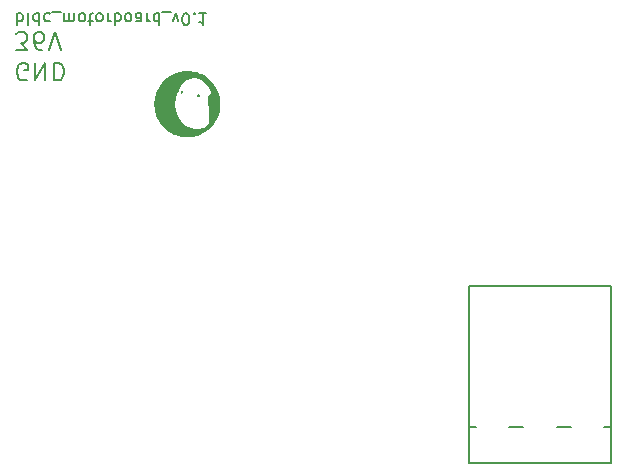
<source format=gbr>
G04 #@! TF.GenerationSoftware,KiCad,Pcbnew,5.1.2-f72e74a~84~ubuntu18.04.1*
G04 #@! TF.CreationDate,2019-06-30T22:47:52+02:00*
G04 #@! TF.ProjectId,board,626f6172-642e-46b6-9963-61645f706362,rev?*
G04 #@! TF.SameCoordinates,Original*
G04 #@! TF.FileFunction,Legend,Bot*
G04 #@! TF.FilePolarity,Positive*
%FSLAX46Y46*%
G04 Gerber Fmt 4.6, Leading zero omitted, Abs format (unit mm)*
G04 Created by KiCad (PCBNEW 5.1.2-f72e74a~84~ubuntu18.04.1) date 2019-06-30 22:47:52*
%MOMM*%
%LPD*%
G04 APERTURE LIST*
%ADD10C,0.150000*%
%ADD11C,0.200000*%
%ADD12C,0.010000*%
G04 APERTURE END LIST*
D10*
X133223809Y-45947619D02*
X133223809Y-46947619D01*
X133223809Y-46566666D02*
X133319047Y-46614285D01*
X133509523Y-46614285D01*
X133604761Y-46566666D01*
X133652380Y-46519047D01*
X133700000Y-46423809D01*
X133700000Y-46138095D01*
X133652380Y-46042857D01*
X133604761Y-45995238D01*
X133509523Y-45947619D01*
X133319047Y-45947619D01*
X133223809Y-45995238D01*
X134271428Y-45947619D02*
X134176190Y-45995238D01*
X134128571Y-46090476D01*
X134128571Y-46947619D01*
X135080952Y-45947619D02*
X135080952Y-46947619D01*
X135080952Y-45995238D02*
X134985714Y-45947619D01*
X134795238Y-45947619D01*
X134700000Y-45995238D01*
X134652380Y-46042857D01*
X134604761Y-46138095D01*
X134604761Y-46423809D01*
X134652380Y-46519047D01*
X134700000Y-46566666D01*
X134795238Y-46614285D01*
X134985714Y-46614285D01*
X135080952Y-46566666D01*
X135985714Y-45995238D02*
X135890476Y-45947619D01*
X135700000Y-45947619D01*
X135604761Y-45995238D01*
X135557142Y-46042857D01*
X135509523Y-46138095D01*
X135509523Y-46423809D01*
X135557142Y-46519047D01*
X135604761Y-46566666D01*
X135700000Y-46614285D01*
X135890476Y-46614285D01*
X135985714Y-46566666D01*
X136176190Y-45852380D02*
X136938095Y-45852380D01*
X137176190Y-45947619D02*
X137176190Y-46614285D01*
X137176190Y-46519047D02*
X137223809Y-46566666D01*
X137319047Y-46614285D01*
X137461904Y-46614285D01*
X137557142Y-46566666D01*
X137604761Y-46471428D01*
X137604761Y-45947619D01*
X137604761Y-46471428D02*
X137652380Y-46566666D01*
X137747619Y-46614285D01*
X137890476Y-46614285D01*
X137985714Y-46566666D01*
X138033333Y-46471428D01*
X138033333Y-45947619D01*
X138652380Y-45947619D02*
X138557142Y-45995238D01*
X138509523Y-46042857D01*
X138461904Y-46138095D01*
X138461904Y-46423809D01*
X138509523Y-46519047D01*
X138557142Y-46566666D01*
X138652380Y-46614285D01*
X138795238Y-46614285D01*
X138890476Y-46566666D01*
X138938095Y-46519047D01*
X138985714Y-46423809D01*
X138985714Y-46138095D01*
X138938095Y-46042857D01*
X138890476Y-45995238D01*
X138795238Y-45947619D01*
X138652380Y-45947619D01*
X139271428Y-46614285D02*
X139652380Y-46614285D01*
X139414285Y-46947619D02*
X139414285Y-46090476D01*
X139461904Y-45995238D01*
X139557142Y-45947619D01*
X139652380Y-45947619D01*
X140128571Y-45947619D02*
X140033333Y-45995238D01*
X139985714Y-46042857D01*
X139938095Y-46138095D01*
X139938095Y-46423809D01*
X139985714Y-46519047D01*
X140033333Y-46566666D01*
X140128571Y-46614285D01*
X140271428Y-46614285D01*
X140366666Y-46566666D01*
X140414285Y-46519047D01*
X140461904Y-46423809D01*
X140461904Y-46138095D01*
X140414285Y-46042857D01*
X140366666Y-45995238D01*
X140271428Y-45947619D01*
X140128571Y-45947619D01*
X140890476Y-45947619D02*
X140890476Y-46614285D01*
X140890476Y-46423809D02*
X140938095Y-46519047D01*
X140985714Y-46566666D01*
X141080952Y-46614285D01*
X141176190Y-46614285D01*
X141509523Y-45947619D02*
X141509523Y-46947619D01*
X141509523Y-46566666D02*
X141604761Y-46614285D01*
X141795238Y-46614285D01*
X141890476Y-46566666D01*
X141938095Y-46519047D01*
X141985714Y-46423809D01*
X141985714Y-46138095D01*
X141938095Y-46042857D01*
X141890476Y-45995238D01*
X141795238Y-45947619D01*
X141604761Y-45947619D01*
X141509523Y-45995238D01*
X142557142Y-45947619D02*
X142461904Y-45995238D01*
X142414285Y-46042857D01*
X142366666Y-46138095D01*
X142366666Y-46423809D01*
X142414285Y-46519047D01*
X142461904Y-46566666D01*
X142557142Y-46614285D01*
X142700000Y-46614285D01*
X142795238Y-46566666D01*
X142842857Y-46519047D01*
X142890476Y-46423809D01*
X142890476Y-46138095D01*
X142842857Y-46042857D01*
X142795238Y-45995238D01*
X142700000Y-45947619D01*
X142557142Y-45947619D01*
X143747619Y-45947619D02*
X143747619Y-46471428D01*
X143700000Y-46566666D01*
X143604761Y-46614285D01*
X143414285Y-46614285D01*
X143319047Y-46566666D01*
X143747619Y-45995238D02*
X143652380Y-45947619D01*
X143414285Y-45947619D01*
X143319047Y-45995238D01*
X143271428Y-46090476D01*
X143271428Y-46185714D01*
X143319047Y-46280952D01*
X143414285Y-46328571D01*
X143652380Y-46328571D01*
X143747619Y-46376190D01*
X144223809Y-45947619D02*
X144223809Y-46614285D01*
X144223809Y-46423809D02*
X144271428Y-46519047D01*
X144319047Y-46566666D01*
X144414285Y-46614285D01*
X144509523Y-46614285D01*
X145271428Y-45947619D02*
X145271428Y-46947619D01*
X145271428Y-45995238D02*
X145176190Y-45947619D01*
X144985714Y-45947619D01*
X144890476Y-45995238D01*
X144842857Y-46042857D01*
X144795238Y-46138095D01*
X144795238Y-46423809D01*
X144842857Y-46519047D01*
X144890476Y-46566666D01*
X144985714Y-46614285D01*
X145176190Y-46614285D01*
X145271428Y-46566666D01*
X145509523Y-45852380D02*
X146271428Y-45852380D01*
X146414285Y-46614285D02*
X146652380Y-45947619D01*
X146890476Y-46614285D01*
X147461904Y-46947619D02*
X147557142Y-46947619D01*
X147652380Y-46900000D01*
X147700000Y-46852380D01*
X147747619Y-46757142D01*
X147795238Y-46566666D01*
X147795238Y-46328571D01*
X147747619Y-46138095D01*
X147700000Y-46042857D01*
X147652380Y-45995238D01*
X147557142Y-45947619D01*
X147461904Y-45947619D01*
X147366666Y-45995238D01*
X147319047Y-46042857D01*
X147271428Y-46138095D01*
X147223809Y-46328571D01*
X147223809Y-46566666D01*
X147271428Y-46757142D01*
X147319047Y-46852380D01*
X147366666Y-46900000D01*
X147461904Y-46947619D01*
X148223809Y-46042857D02*
X148271428Y-45995238D01*
X148223809Y-45947619D01*
X148176190Y-45995238D01*
X148223809Y-46042857D01*
X148223809Y-45947619D01*
X149223809Y-45947619D02*
X148652380Y-45947619D01*
X148938095Y-45947619D02*
X148938095Y-46947619D01*
X148842857Y-46804761D01*
X148747619Y-46709523D01*
X148652380Y-46661904D01*
D11*
X134057142Y-51550000D02*
X133914285Y-51621428D01*
X133700000Y-51621428D01*
X133485714Y-51550000D01*
X133342857Y-51407142D01*
X133271428Y-51264285D01*
X133200000Y-50978571D01*
X133200000Y-50764285D01*
X133271428Y-50478571D01*
X133342857Y-50335714D01*
X133485714Y-50192857D01*
X133700000Y-50121428D01*
X133842857Y-50121428D01*
X134057142Y-50192857D01*
X134128571Y-50264285D01*
X134128571Y-50764285D01*
X133842857Y-50764285D01*
X134771428Y-50121428D02*
X134771428Y-51621428D01*
X135628571Y-50121428D01*
X135628571Y-51621428D01*
X136342857Y-50121428D02*
X136342857Y-51621428D01*
X136700000Y-51621428D01*
X136914285Y-51550000D01*
X137057142Y-51407142D01*
X137128571Y-51264285D01*
X137200000Y-50978571D01*
X137200000Y-50764285D01*
X137128571Y-50478571D01*
X137057142Y-50335714D01*
X136914285Y-50192857D01*
X136700000Y-50121428D01*
X136342857Y-50121428D01*
X133142857Y-49021428D02*
X134071428Y-49021428D01*
X133571428Y-48450000D01*
X133785714Y-48450000D01*
X133928571Y-48378571D01*
X134000000Y-48307142D01*
X134071428Y-48164285D01*
X134071428Y-47807142D01*
X134000000Y-47664285D01*
X133928571Y-47592857D01*
X133785714Y-47521428D01*
X133357142Y-47521428D01*
X133214285Y-47592857D01*
X133142857Y-47664285D01*
X135357142Y-49021428D02*
X135071428Y-49021428D01*
X134928571Y-48950000D01*
X134857142Y-48878571D01*
X134714285Y-48664285D01*
X134642857Y-48378571D01*
X134642857Y-47807142D01*
X134714285Y-47664285D01*
X134785714Y-47592857D01*
X134928571Y-47521428D01*
X135214285Y-47521428D01*
X135357142Y-47592857D01*
X135428571Y-47664285D01*
X135500000Y-47807142D01*
X135500000Y-48164285D01*
X135428571Y-48307142D01*
X135357142Y-48378571D01*
X135214285Y-48450000D01*
X134928571Y-48450000D01*
X134785714Y-48378571D01*
X134714285Y-48307142D01*
X134642857Y-48164285D01*
X135928571Y-49021428D02*
X136428571Y-47521428D01*
X136928571Y-49021428D01*
D12*
G36*
X149778201Y-54370262D02*
G01*
X149798348Y-54368035D01*
X149815863Y-54364436D01*
X149831188Y-54358692D01*
X149844766Y-54350029D01*
X149857039Y-54337676D01*
X149868450Y-54320860D01*
X149879440Y-54298807D01*
X149890453Y-54270745D01*
X149901931Y-54235901D01*
X149914316Y-54193502D01*
X149928050Y-54142775D01*
X149943577Y-54082948D01*
X149944299Y-54080133D01*
X149961506Y-54007526D01*
X149975540Y-53935724D01*
X149986689Y-53862557D01*
X149995238Y-53785850D01*
X150001474Y-53703431D01*
X150005609Y-53615240D01*
X150006717Y-53581595D01*
X150007222Y-53555475D01*
X150006933Y-53534251D01*
X150005658Y-53515297D01*
X150003208Y-53495986D01*
X149999391Y-53473691D01*
X149994016Y-53445783D01*
X149992872Y-53439980D01*
X149976391Y-53361289D01*
X149958865Y-53286594D01*
X149940546Y-53216661D01*
X149921687Y-53152259D01*
X149902541Y-53094155D01*
X149883359Y-53043118D01*
X149864394Y-52999915D01*
X149845900Y-52965314D01*
X149828657Y-52940707D01*
X149817953Y-52927251D01*
X149803677Y-52908283D01*
X149787975Y-52886689D01*
X149777487Y-52871848D01*
X149751986Y-52837725D01*
X149728222Y-52810799D01*
X149706922Y-52791816D01*
X149689823Y-52781894D01*
X149677848Y-52779302D01*
X149660149Y-52777642D01*
X149645639Y-52777288D01*
X149629049Y-52778134D01*
X149613769Y-52780976D01*
X149596746Y-52786697D01*
X149574929Y-52796182D01*
X149565960Y-52800382D01*
X149543192Y-52812106D01*
X149521706Y-52824819D01*
X149504652Y-52836582D01*
X149498199Y-52842045D01*
X149475298Y-52870290D01*
X149455228Y-52908117D01*
X149437972Y-52955580D01*
X149423507Y-53012731D01*
X149414959Y-53058980D01*
X149412442Y-53076236D01*
X149410422Y-53094413D01*
X149408848Y-53114826D01*
X149407672Y-53138792D01*
X149406843Y-53167625D01*
X149406312Y-53202641D01*
X149406029Y-53245156D01*
X149405945Y-53296484D01*
X149405945Y-53297740D01*
X149406068Y-53354222D01*
X149406514Y-53402569D01*
X149407403Y-53444808D01*
X149408857Y-53482963D01*
X149410997Y-53519058D01*
X149413942Y-53555118D01*
X149417814Y-53593167D01*
X149422734Y-53635231D01*
X149428823Y-53683333D01*
X149429068Y-53685222D01*
X149438126Y-53742246D01*
X149450976Y-53804701D01*
X149467031Y-53870699D01*
X149485706Y-53938352D01*
X149506413Y-54005773D01*
X149528565Y-54071073D01*
X149551577Y-54132365D01*
X149574862Y-54187761D01*
X149597832Y-54235374D01*
X149603030Y-54245063D01*
X149630897Y-54289165D01*
X149661983Y-54326483D01*
X149662588Y-54327104D01*
X149685380Y-54348381D01*
X149706068Y-54362098D01*
X149727763Y-54369417D01*
X149753575Y-54371498D01*
X149778201Y-54370262D01*
X149778201Y-54370262D01*
G37*
X149778201Y-54370262D02*
X149798348Y-54368035D01*
X149815863Y-54364436D01*
X149831188Y-54358692D01*
X149844766Y-54350029D01*
X149857039Y-54337676D01*
X149868450Y-54320860D01*
X149879440Y-54298807D01*
X149890453Y-54270745D01*
X149901931Y-54235901D01*
X149914316Y-54193502D01*
X149928050Y-54142775D01*
X149943577Y-54082948D01*
X149944299Y-54080133D01*
X149961506Y-54007526D01*
X149975540Y-53935724D01*
X149986689Y-53862557D01*
X149995238Y-53785850D01*
X150001474Y-53703431D01*
X150005609Y-53615240D01*
X150006717Y-53581595D01*
X150007222Y-53555475D01*
X150006933Y-53534251D01*
X150005658Y-53515297D01*
X150003208Y-53495986D01*
X149999391Y-53473691D01*
X149994016Y-53445783D01*
X149992872Y-53439980D01*
X149976391Y-53361289D01*
X149958865Y-53286594D01*
X149940546Y-53216661D01*
X149921687Y-53152259D01*
X149902541Y-53094155D01*
X149883359Y-53043118D01*
X149864394Y-52999915D01*
X149845900Y-52965314D01*
X149828657Y-52940707D01*
X149817953Y-52927251D01*
X149803677Y-52908283D01*
X149787975Y-52886689D01*
X149777487Y-52871848D01*
X149751986Y-52837725D01*
X149728222Y-52810799D01*
X149706922Y-52791816D01*
X149689823Y-52781894D01*
X149677848Y-52779302D01*
X149660149Y-52777642D01*
X149645639Y-52777288D01*
X149629049Y-52778134D01*
X149613769Y-52780976D01*
X149596746Y-52786697D01*
X149574929Y-52796182D01*
X149565960Y-52800382D01*
X149543192Y-52812106D01*
X149521706Y-52824819D01*
X149504652Y-52836582D01*
X149498199Y-52842045D01*
X149475298Y-52870290D01*
X149455228Y-52908117D01*
X149437972Y-52955580D01*
X149423507Y-53012731D01*
X149414959Y-53058980D01*
X149412442Y-53076236D01*
X149410422Y-53094413D01*
X149408848Y-53114826D01*
X149407672Y-53138792D01*
X149406843Y-53167625D01*
X149406312Y-53202641D01*
X149406029Y-53245156D01*
X149405945Y-53296484D01*
X149405945Y-53297740D01*
X149406068Y-53354222D01*
X149406514Y-53402569D01*
X149407403Y-53444808D01*
X149408857Y-53482963D01*
X149410997Y-53519058D01*
X149413942Y-53555118D01*
X149417814Y-53593167D01*
X149422734Y-53635231D01*
X149428823Y-53683333D01*
X149429068Y-53685222D01*
X149438126Y-53742246D01*
X149450976Y-53804701D01*
X149467031Y-53870699D01*
X149485706Y-53938352D01*
X149506413Y-54005773D01*
X149528565Y-54071073D01*
X149551577Y-54132365D01*
X149574862Y-54187761D01*
X149597832Y-54235374D01*
X149603030Y-54245063D01*
X149630897Y-54289165D01*
X149661983Y-54326483D01*
X149662588Y-54327104D01*
X149685380Y-54348381D01*
X149706068Y-54362098D01*
X149727763Y-54369417D01*
X149753575Y-54371498D01*
X149778201Y-54370262D01*
G36*
X147711411Y-56352342D02*
G01*
X147760303Y-56350966D01*
X147801791Y-56348773D01*
X147804248Y-56348596D01*
X147970730Y-56331383D01*
X148134856Y-56304381D01*
X148296263Y-56267764D01*
X148454589Y-56221703D01*
X148609470Y-56166372D01*
X148760545Y-56101944D01*
X148907451Y-56028590D01*
X149049824Y-55946485D01*
X149187304Y-55855801D01*
X149319526Y-55756710D01*
X149446128Y-55649386D01*
X149566748Y-55534001D01*
X149611488Y-55487494D01*
X149722388Y-55362198D01*
X149824852Y-55231320D01*
X149918766Y-55095106D01*
X150004014Y-54953803D01*
X150080485Y-54807656D01*
X150148064Y-54656909D01*
X150206637Y-54501810D01*
X150256090Y-54342604D01*
X150296310Y-54179535D01*
X150327184Y-54012851D01*
X150341027Y-53912420D01*
X150343688Y-53884386D01*
X150346056Y-53847842D01*
X150348107Y-53804435D01*
X150349818Y-53755812D01*
X150351168Y-53703621D01*
X150352131Y-53649507D01*
X150352687Y-53595119D01*
X150352810Y-53542102D01*
X150352479Y-53492103D01*
X150351671Y-53446771D01*
X150350362Y-53407750D01*
X150348529Y-53376689D01*
X150348521Y-53376591D01*
X150330425Y-53212262D01*
X150302523Y-53050053D01*
X150265024Y-52890364D01*
X150218137Y-52733595D01*
X150162068Y-52580147D01*
X150097026Y-52430420D01*
X150023220Y-52284814D01*
X149940858Y-52143729D01*
X149850147Y-52007567D01*
X149751295Y-51876727D01*
X149644512Y-51751609D01*
X149530005Y-51632615D01*
X149407982Y-51520144D01*
X149363827Y-51482635D01*
X149232339Y-51379836D01*
X149095556Y-51285630D01*
X148953820Y-51200156D01*
X148807475Y-51123556D01*
X148656863Y-51055970D01*
X148502328Y-50997538D01*
X148344213Y-50948401D01*
X148182861Y-50908700D01*
X148018615Y-50878575D01*
X147851818Y-50858166D01*
X147836220Y-50856770D01*
X147804605Y-50854579D01*
X147765273Y-50852717D01*
X147720337Y-50851209D01*
X147671909Y-50850084D01*
X147622102Y-50849366D01*
X147573029Y-50849083D01*
X147526802Y-50849260D01*
X147485534Y-50849924D01*
X147451338Y-50851101D01*
X147438694Y-50851813D01*
X147269062Y-50867958D01*
X147102378Y-50893692D01*
X146938908Y-50928901D01*
X146778916Y-50973471D01*
X146622667Y-51027288D01*
X146470427Y-51090237D01*
X146322461Y-51162204D01*
X146179033Y-51243075D01*
X146040408Y-51332735D01*
X145906852Y-51431071D01*
X145778630Y-51537969D01*
X145717269Y-51593964D01*
X145598879Y-51712133D01*
X145488479Y-51836429D01*
X145386241Y-51966490D01*
X145292338Y-52101952D01*
X145206943Y-52242454D01*
X145130229Y-52387631D01*
X145062370Y-52537120D01*
X145003537Y-52690559D01*
X144953904Y-52847584D01*
X144913644Y-53007832D01*
X144882930Y-53170940D01*
X144861935Y-53336546D01*
X144856484Y-53400832D01*
X144854235Y-53441757D01*
X144852806Y-53490216D01*
X144852158Y-53544259D01*
X144852254Y-53601935D01*
X144852845Y-53645720D01*
X146535866Y-53645720D01*
X146536087Y-53585133D01*
X146536800Y-53532745D01*
X146538154Y-53486602D01*
X146540296Y-53444751D01*
X146543376Y-53405237D01*
X146547541Y-53366105D01*
X146552939Y-53325402D01*
X146559719Y-53281173D01*
X146566683Y-53239320D01*
X146591321Y-53114233D01*
X146623172Y-52984216D01*
X146661644Y-52850845D01*
X146706146Y-52715694D01*
X146756085Y-52580340D01*
X146810869Y-52446356D01*
X146869907Y-52315317D01*
X146932605Y-52188799D01*
X146998373Y-52068377D01*
X147022138Y-52027740D01*
X147047850Y-51985850D01*
X147072392Y-51948930D01*
X147097458Y-51914837D01*
X147124739Y-51881423D01*
X147155927Y-51846545D01*
X147192714Y-51808056D01*
X147206237Y-51794332D01*
X147274539Y-51727937D01*
X147340032Y-51669661D01*
X147404180Y-51618406D01*
X147468445Y-51573073D01*
X147534292Y-51532564D01*
X147603183Y-51495780D01*
X147605625Y-51494568D01*
X147672865Y-51463369D01*
X147740523Y-51436409D01*
X147809818Y-51413426D01*
X147881972Y-51394159D01*
X147958208Y-51378347D01*
X148039746Y-51365729D01*
X148127807Y-51356045D01*
X148223614Y-51349032D01*
X148304301Y-51345257D01*
X148318468Y-51345935D01*
X148339174Y-51348395D01*
X148363042Y-51352195D01*
X148376346Y-51354705D01*
X148482126Y-51381031D01*
X148586227Y-51417276D01*
X148688740Y-51463480D01*
X148789759Y-51519684D01*
X148868715Y-51571285D01*
X148904948Y-51597557D01*
X148945856Y-51628952D01*
X148990005Y-51664236D01*
X149035964Y-51702174D01*
X149082299Y-51741533D01*
X149127577Y-51781079D01*
X149170365Y-51819577D01*
X149209230Y-51855793D01*
X149242740Y-51888494D01*
X149269357Y-51916331D01*
X149319078Y-51973429D01*
X149368026Y-52034167D01*
X149415342Y-52097228D01*
X149460168Y-52161298D01*
X149501646Y-52225061D01*
X149538916Y-52287200D01*
X149571120Y-52346400D01*
X149597399Y-52401346D01*
X149615547Y-52446840D01*
X149627166Y-52483317D01*
X149633669Y-52513080D01*
X149635291Y-52538054D01*
X149632266Y-52560162D01*
X149630229Y-52567345D01*
X149621899Y-52600817D01*
X149615174Y-52644150D01*
X149610045Y-52697418D01*
X149608557Y-52719520D01*
X149606914Y-52742715D01*
X149605091Y-52762173D01*
X149603327Y-52775646D01*
X149602048Y-52780721D01*
X149595985Y-52784909D01*
X149583461Y-52791184D01*
X149571213Y-52796506D01*
X149535191Y-52814195D01*
X149505050Y-52835889D01*
X149480055Y-52862667D01*
X149459472Y-52895604D01*
X149442567Y-52935779D01*
X149428606Y-52984267D01*
X149421731Y-53015800D01*
X149413109Y-53070016D01*
X149406872Y-53132701D01*
X149403003Y-53202453D01*
X149401488Y-53277869D01*
X149402310Y-53357547D01*
X149405454Y-53440083D01*
X149410904Y-53524076D01*
X149418644Y-53608122D01*
X149428658Y-53690819D01*
X149429391Y-53696143D01*
X149437683Y-53747379D01*
X149448851Y-53801477D01*
X149463299Y-53860119D01*
X149481436Y-53924988D01*
X149497507Y-53978106D01*
X149508001Y-54013404D01*
X149514749Y-54039777D01*
X149517856Y-54057702D01*
X149517630Y-54067006D01*
X149516992Y-54074183D01*
X149516273Y-54090661D01*
X149515490Y-54115578D01*
X149514662Y-54148074D01*
X149513807Y-54187292D01*
X149512943Y-54232369D01*
X149512087Y-54282447D01*
X149511258Y-54336665D01*
X149510474Y-54394164D01*
X149510024Y-54430580D01*
X149509099Y-54505134D01*
X149508178Y-54570564D01*
X149507209Y-54627906D01*
X149506143Y-54678198D01*
X149504928Y-54722475D01*
X149503514Y-54761772D01*
X149501851Y-54797128D01*
X149499886Y-54829578D01*
X149497570Y-54860157D01*
X149494853Y-54889903D01*
X149491682Y-54919852D01*
X149488009Y-54951039D01*
X149483781Y-54984502D01*
X149482415Y-54995005D01*
X149473450Y-55057467D01*
X149462637Y-55122818D01*
X149450663Y-55187228D01*
X149438216Y-55246869D01*
X149433201Y-55268780D01*
X149427194Y-55294260D01*
X149421859Y-55316922D01*
X149417719Y-55334535D01*
X149415300Y-55344865D01*
X149415099Y-55345727D01*
X149409514Y-55355404D01*
X149396770Y-55369860D01*
X149378059Y-55388088D01*
X149354573Y-55409080D01*
X149327505Y-55431830D01*
X149298047Y-55455329D01*
X149267391Y-55478570D01*
X149236729Y-55500546D01*
X149212900Y-55516602D01*
X149119663Y-55571439D01*
X149020366Y-55618335D01*
X148914885Y-55657335D01*
X148803099Y-55688485D01*
X148684885Y-55711827D01*
X148674420Y-55713471D01*
X148629797Y-55719006D01*
X148577546Y-55723267D01*
X148520123Y-55726211D01*
X148459984Y-55727792D01*
X148399587Y-55727964D01*
X148341389Y-55726684D01*
X148287846Y-55723906D01*
X148255320Y-55721136D01*
X148118305Y-55703124D01*
X147986889Y-55677752D01*
X147861374Y-55645137D01*
X147742065Y-55605393D01*
X147629262Y-55558638D01*
X147523270Y-55504986D01*
X147424391Y-55444553D01*
X147332928Y-55377456D01*
X147312307Y-55360535D01*
X147279118Y-55331516D01*
X147246726Y-55300572D01*
X147213635Y-55266130D01*
X147178349Y-55226622D01*
X147139372Y-55180476D01*
X147130517Y-55169720D01*
X147026906Y-55037268D01*
X146933379Y-54904813D01*
X146849858Y-54772203D01*
X146776268Y-54639284D01*
X146712533Y-54505902D01*
X146658577Y-54371902D01*
X146614324Y-54237133D01*
X146579697Y-54101439D01*
X146564339Y-54024180D01*
X146556862Y-53981036D01*
X146550787Y-53942439D01*
X146545975Y-53906548D01*
X146542287Y-53871523D01*
X146539585Y-53835523D01*
X146537730Y-53796709D01*
X146536585Y-53753238D01*
X146536009Y-53703271D01*
X146535866Y-53645720D01*
X144852845Y-53645720D01*
X144853056Y-53661296D01*
X144854526Y-53720389D01*
X144856624Y-53777265D01*
X144859314Y-53829973D01*
X144862556Y-53876563D01*
X144866314Y-53915085D01*
X144866582Y-53917320D01*
X144892056Y-54086852D01*
X144926728Y-54252074D01*
X144970629Y-54413062D01*
X145023792Y-54569888D01*
X145086249Y-54722626D01*
X145158030Y-54871350D01*
X145239169Y-55016134D01*
X145329697Y-55157052D01*
X145429646Y-55294178D01*
X145497157Y-55378282D01*
X145522254Y-55407266D01*
X145553460Y-55441436D01*
X145589254Y-55479272D01*
X145628116Y-55519253D01*
X145668523Y-55559857D01*
X145708955Y-55599562D01*
X145747890Y-55636849D01*
X145783808Y-55670195D01*
X145815186Y-55698080D01*
X145826798Y-55707923D01*
X145943126Y-55800237D01*
X146060135Y-55883925D01*
X146179986Y-55960414D01*
X146304836Y-56031130D01*
X146357940Y-56058770D01*
X146503201Y-56127483D01*
X146650453Y-56186924D01*
X146800545Y-56237350D01*
X146954324Y-56279016D01*
X147112640Y-56312177D01*
X147276342Y-56337089D01*
X147287760Y-56338498D01*
X147325674Y-56342289D01*
X147371787Y-56345567D01*
X147424148Y-56348295D01*
X147480806Y-56350434D01*
X147539812Y-56351946D01*
X147599215Y-56352794D01*
X147657065Y-56352938D01*
X147711411Y-56352342D01*
X147711411Y-56352342D01*
G37*
X147711411Y-56352342D02*
X147760303Y-56350966D01*
X147801791Y-56348773D01*
X147804248Y-56348596D01*
X147970730Y-56331383D01*
X148134856Y-56304381D01*
X148296263Y-56267764D01*
X148454589Y-56221703D01*
X148609470Y-56166372D01*
X148760545Y-56101944D01*
X148907451Y-56028590D01*
X149049824Y-55946485D01*
X149187304Y-55855801D01*
X149319526Y-55756710D01*
X149446128Y-55649386D01*
X149566748Y-55534001D01*
X149611488Y-55487494D01*
X149722388Y-55362198D01*
X149824852Y-55231320D01*
X149918766Y-55095106D01*
X150004014Y-54953803D01*
X150080485Y-54807656D01*
X150148064Y-54656909D01*
X150206637Y-54501810D01*
X150256090Y-54342604D01*
X150296310Y-54179535D01*
X150327184Y-54012851D01*
X150341027Y-53912420D01*
X150343688Y-53884386D01*
X150346056Y-53847842D01*
X150348107Y-53804435D01*
X150349818Y-53755812D01*
X150351168Y-53703621D01*
X150352131Y-53649507D01*
X150352687Y-53595119D01*
X150352810Y-53542102D01*
X150352479Y-53492103D01*
X150351671Y-53446771D01*
X150350362Y-53407750D01*
X150348529Y-53376689D01*
X150348521Y-53376591D01*
X150330425Y-53212262D01*
X150302523Y-53050053D01*
X150265024Y-52890364D01*
X150218137Y-52733595D01*
X150162068Y-52580147D01*
X150097026Y-52430420D01*
X150023220Y-52284814D01*
X149940858Y-52143729D01*
X149850147Y-52007567D01*
X149751295Y-51876727D01*
X149644512Y-51751609D01*
X149530005Y-51632615D01*
X149407982Y-51520144D01*
X149363827Y-51482635D01*
X149232339Y-51379836D01*
X149095556Y-51285630D01*
X148953820Y-51200156D01*
X148807475Y-51123556D01*
X148656863Y-51055970D01*
X148502328Y-50997538D01*
X148344213Y-50948401D01*
X148182861Y-50908700D01*
X148018615Y-50878575D01*
X147851818Y-50858166D01*
X147836220Y-50856770D01*
X147804605Y-50854579D01*
X147765273Y-50852717D01*
X147720337Y-50851209D01*
X147671909Y-50850084D01*
X147622102Y-50849366D01*
X147573029Y-50849083D01*
X147526802Y-50849260D01*
X147485534Y-50849924D01*
X147451338Y-50851101D01*
X147438694Y-50851813D01*
X147269062Y-50867958D01*
X147102378Y-50893692D01*
X146938908Y-50928901D01*
X146778916Y-50973471D01*
X146622667Y-51027288D01*
X146470427Y-51090237D01*
X146322461Y-51162204D01*
X146179033Y-51243075D01*
X146040408Y-51332735D01*
X145906852Y-51431071D01*
X145778630Y-51537969D01*
X145717269Y-51593964D01*
X145598879Y-51712133D01*
X145488479Y-51836429D01*
X145386241Y-51966490D01*
X145292338Y-52101952D01*
X145206943Y-52242454D01*
X145130229Y-52387631D01*
X145062370Y-52537120D01*
X145003537Y-52690559D01*
X144953904Y-52847584D01*
X144913644Y-53007832D01*
X144882930Y-53170940D01*
X144861935Y-53336546D01*
X144856484Y-53400832D01*
X144854235Y-53441757D01*
X144852806Y-53490216D01*
X144852158Y-53544259D01*
X144852254Y-53601935D01*
X144852845Y-53645720D01*
X146535866Y-53645720D01*
X146536087Y-53585133D01*
X146536800Y-53532745D01*
X146538154Y-53486602D01*
X146540296Y-53444751D01*
X146543376Y-53405237D01*
X146547541Y-53366105D01*
X146552939Y-53325402D01*
X146559719Y-53281173D01*
X146566683Y-53239320D01*
X146591321Y-53114233D01*
X146623172Y-52984216D01*
X146661644Y-52850845D01*
X146706146Y-52715694D01*
X146756085Y-52580340D01*
X146810869Y-52446356D01*
X146869907Y-52315317D01*
X146932605Y-52188799D01*
X146998373Y-52068377D01*
X147022138Y-52027740D01*
X147047850Y-51985850D01*
X147072392Y-51948930D01*
X147097458Y-51914837D01*
X147124739Y-51881423D01*
X147155927Y-51846545D01*
X147192714Y-51808056D01*
X147206237Y-51794332D01*
X147274539Y-51727937D01*
X147340032Y-51669661D01*
X147404180Y-51618406D01*
X147468445Y-51573073D01*
X147534292Y-51532564D01*
X147603183Y-51495780D01*
X147605625Y-51494568D01*
X147672865Y-51463369D01*
X147740523Y-51436409D01*
X147809818Y-51413426D01*
X147881972Y-51394159D01*
X147958208Y-51378347D01*
X148039746Y-51365729D01*
X148127807Y-51356045D01*
X148223614Y-51349032D01*
X148304301Y-51345257D01*
X148318468Y-51345935D01*
X148339174Y-51348395D01*
X148363042Y-51352195D01*
X148376346Y-51354705D01*
X148482126Y-51381031D01*
X148586227Y-51417276D01*
X148688740Y-51463480D01*
X148789759Y-51519684D01*
X148868715Y-51571285D01*
X148904948Y-51597557D01*
X148945856Y-51628952D01*
X148990005Y-51664236D01*
X149035964Y-51702174D01*
X149082299Y-51741533D01*
X149127577Y-51781079D01*
X149170365Y-51819577D01*
X149209230Y-51855793D01*
X149242740Y-51888494D01*
X149269357Y-51916331D01*
X149319078Y-51973429D01*
X149368026Y-52034167D01*
X149415342Y-52097228D01*
X149460168Y-52161298D01*
X149501646Y-52225061D01*
X149538916Y-52287200D01*
X149571120Y-52346400D01*
X149597399Y-52401346D01*
X149615547Y-52446840D01*
X149627166Y-52483317D01*
X149633669Y-52513080D01*
X149635291Y-52538054D01*
X149632266Y-52560162D01*
X149630229Y-52567345D01*
X149621899Y-52600817D01*
X149615174Y-52644150D01*
X149610045Y-52697418D01*
X149608557Y-52719520D01*
X149606914Y-52742715D01*
X149605091Y-52762173D01*
X149603327Y-52775646D01*
X149602048Y-52780721D01*
X149595985Y-52784909D01*
X149583461Y-52791184D01*
X149571213Y-52796506D01*
X149535191Y-52814195D01*
X149505050Y-52835889D01*
X149480055Y-52862667D01*
X149459472Y-52895604D01*
X149442567Y-52935779D01*
X149428606Y-52984267D01*
X149421731Y-53015800D01*
X149413109Y-53070016D01*
X149406872Y-53132701D01*
X149403003Y-53202453D01*
X149401488Y-53277869D01*
X149402310Y-53357547D01*
X149405454Y-53440083D01*
X149410904Y-53524076D01*
X149418644Y-53608122D01*
X149428658Y-53690819D01*
X149429391Y-53696143D01*
X149437683Y-53747379D01*
X149448851Y-53801477D01*
X149463299Y-53860119D01*
X149481436Y-53924988D01*
X149497507Y-53978106D01*
X149508001Y-54013404D01*
X149514749Y-54039777D01*
X149517856Y-54057702D01*
X149517630Y-54067006D01*
X149516992Y-54074183D01*
X149516273Y-54090661D01*
X149515490Y-54115578D01*
X149514662Y-54148074D01*
X149513807Y-54187292D01*
X149512943Y-54232369D01*
X149512087Y-54282447D01*
X149511258Y-54336665D01*
X149510474Y-54394164D01*
X149510024Y-54430580D01*
X149509099Y-54505134D01*
X149508178Y-54570564D01*
X149507209Y-54627906D01*
X149506143Y-54678198D01*
X149504928Y-54722475D01*
X149503514Y-54761772D01*
X149501851Y-54797128D01*
X149499886Y-54829578D01*
X149497570Y-54860157D01*
X149494853Y-54889903D01*
X149491682Y-54919852D01*
X149488009Y-54951039D01*
X149483781Y-54984502D01*
X149482415Y-54995005D01*
X149473450Y-55057467D01*
X149462637Y-55122818D01*
X149450663Y-55187228D01*
X149438216Y-55246869D01*
X149433201Y-55268780D01*
X149427194Y-55294260D01*
X149421859Y-55316922D01*
X149417719Y-55334535D01*
X149415300Y-55344865D01*
X149415099Y-55345727D01*
X149409514Y-55355404D01*
X149396770Y-55369860D01*
X149378059Y-55388088D01*
X149354573Y-55409080D01*
X149327505Y-55431830D01*
X149298047Y-55455329D01*
X149267391Y-55478570D01*
X149236729Y-55500546D01*
X149212900Y-55516602D01*
X149119663Y-55571439D01*
X149020366Y-55618335D01*
X148914885Y-55657335D01*
X148803099Y-55688485D01*
X148684885Y-55711827D01*
X148674420Y-55713471D01*
X148629797Y-55719006D01*
X148577546Y-55723267D01*
X148520123Y-55726211D01*
X148459984Y-55727792D01*
X148399587Y-55727964D01*
X148341389Y-55726684D01*
X148287846Y-55723906D01*
X148255320Y-55721136D01*
X148118305Y-55703124D01*
X147986889Y-55677752D01*
X147861374Y-55645137D01*
X147742065Y-55605393D01*
X147629262Y-55558638D01*
X147523270Y-55504986D01*
X147424391Y-55444553D01*
X147332928Y-55377456D01*
X147312307Y-55360535D01*
X147279118Y-55331516D01*
X147246726Y-55300572D01*
X147213635Y-55266130D01*
X147178349Y-55226622D01*
X147139372Y-55180476D01*
X147130517Y-55169720D01*
X147026906Y-55037268D01*
X146933379Y-54904813D01*
X146849858Y-54772203D01*
X146776268Y-54639284D01*
X146712533Y-54505902D01*
X146658577Y-54371902D01*
X146614324Y-54237133D01*
X146579697Y-54101439D01*
X146564339Y-54024180D01*
X146556862Y-53981036D01*
X146550787Y-53942439D01*
X146545975Y-53906548D01*
X146542287Y-53871523D01*
X146539585Y-53835523D01*
X146537730Y-53796709D01*
X146536585Y-53753238D01*
X146536009Y-53703271D01*
X146535866Y-53645720D01*
X144852845Y-53645720D01*
X144853056Y-53661296D01*
X144854526Y-53720389D01*
X144856624Y-53777265D01*
X144859314Y-53829973D01*
X144862556Y-53876563D01*
X144866314Y-53915085D01*
X144866582Y-53917320D01*
X144892056Y-54086852D01*
X144926728Y-54252074D01*
X144970629Y-54413062D01*
X145023792Y-54569888D01*
X145086249Y-54722626D01*
X145158030Y-54871350D01*
X145239169Y-55016134D01*
X145329697Y-55157052D01*
X145429646Y-55294178D01*
X145497157Y-55378282D01*
X145522254Y-55407266D01*
X145553460Y-55441436D01*
X145589254Y-55479272D01*
X145628116Y-55519253D01*
X145668523Y-55559857D01*
X145708955Y-55599562D01*
X145747890Y-55636849D01*
X145783808Y-55670195D01*
X145815186Y-55698080D01*
X145826798Y-55707923D01*
X145943126Y-55800237D01*
X146060135Y-55883925D01*
X146179986Y-55960414D01*
X146304836Y-56031130D01*
X146357940Y-56058770D01*
X146503201Y-56127483D01*
X146650453Y-56186924D01*
X146800545Y-56237350D01*
X146954324Y-56279016D01*
X147112640Y-56312177D01*
X147276342Y-56337089D01*
X147287760Y-56338498D01*
X147325674Y-56342289D01*
X147371787Y-56345567D01*
X147424148Y-56348295D01*
X147480806Y-56350434D01*
X147539812Y-56351946D01*
X147599215Y-56352794D01*
X147657065Y-56352938D01*
X147711411Y-56352342D01*
G36*
X147124466Y-52670074D02*
G01*
X147139554Y-52658667D01*
X147141789Y-52656390D01*
X147157997Y-52635924D01*
X147171303Y-52612812D01*
X147181395Y-52588652D01*
X147187961Y-52565040D01*
X147190691Y-52543574D01*
X147189274Y-52525850D01*
X147183397Y-52513465D01*
X147172750Y-52508017D01*
X147170740Y-52507897D01*
X147163319Y-52510310D01*
X147151818Y-52516298D01*
X147150097Y-52517329D01*
X147133099Y-52532092D01*
X147117367Y-52553599D01*
X147103917Y-52579317D01*
X147093764Y-52606711D01*
X147087921Y-52633246D01*
X147087405Y-52656387D01*
X147090003Y-52667405D01*
X147097422Y-52674926D01*
X147109666Y-52675655D01*
X147124466Y-52670074D01*
X147124466Y-52670074D01*
G37*
X147124466Y-52670074D02*
X147139554Y-52658667D01*
X147141789Y-52656390D01*
X147157997Y-52635924D01*
X147171303Y-52612812D01*
X147181395Y-52588652D01*
X147187961Y-52565040D01*
X147190691Y-52543574D01*
X147189274Y-52525850D01*
X147183397Y-52513465D01*
X147172750Y-52508017D01*
X147170740Y-52507897D01*
X147163319Y-52510310D01*
X147151818Y-52516298D01*
X147150097Y-52517329D01*
X147133099Y-52532092D01*
X147117367Y-52553599D01*
X147103917Y-52579317D01*
X147093764Y-52606711D01*
X147087921Y-52633246D01*
X147087405Y-52656387D01*
X147090003Y-52667405D01*
X147097422Y-52674926D01*
X147109666Y-52675655D01*
X147124466Y-52670074D01*
G36*
X148563667Y-52948898D02*
G01*
X148576744Y-52945507D01*
X148588048Y-52938378D01*
X148590392Y-52936455D01*
X148609692Y-52914618D01*
X148619619Y-52890141D01*
X148619926Y-52864232D01*
X148610441Y-52838235D01*
X148596012Y-52819141D01*
X148577537Y-52807675D01*
X148553024Y-52802790D01*
X148542228Y-52802440D01*
X148524829Y-52803053D01*
X148513155Y-52806066D01*
X148502794Y-52813242D01*
X148493903Y-52821741D01*
X148477278Y-52844631D01*
X148469936Y-52869566D01*
X148471832Y-52894794D01*
X148482919Y-52918564D01*
X148496859Y-52934049D01*
X148508713Y-52943246D01*
X148520030Y-52947967D01*
X148535130Y-52949631D01*
X148544667Y-52949760D01*
X148563667Y-52948898D01*
X148563667Y-52948898D01*
G37*
X148563667Y-52948898D02*
X148576744Y-52945507D01*
X148588048Y-52938378D01*
X148590392Y-52936455D01*
X148609692Y-52914618D01*
X148619619Y-52890141D01*
X148619926Y-52864232D01*
X148610441Y-52838235D01*
X148596012Y-52819141D01*
X148577537Y-52807675D01*
X148553024Y-52802790D01*
X148542228Y-52802440D01*
X148524829Y-52803053D01*
X148513155Y-52806066D01*
X148502794Y-52813242D01*
X148493903Y-52821741D01*
X148477278Y-52844631D01*
X148469936Y-52869566D01*
X148471832Y-52894794D01*
X148482919Y-52918564D01*
X148496859Y-52934049D01*
X148508713Y-52943246D01*
X148520030Y-52947967D01*
X148535130Y-52949631D01*
X148544667Y-52949760D01*
X148563667Y-52948898D01*
D10*
X183500000Y-81000000D02*
X182900000Y-81000000D01*
X178900000Y-81000000D02*
X180100000Y-81000000D01*
X174900000Y-81000000D02*
X176100000Y-81000000D01*
X171500000Y-81000000D02*
X172100000Y-81000000D01*
X183500000Y-84000000D02*
X171500000Y-84000000D01*
X171500000Y-84000000D02*
X171500000Y-69000000D01*
X171500000Y-69000000D02*
X183500000Y-69000000D01*
X183500000Y-69000000D02*
X183500000Y-84000000D01*
M02*

</source>
